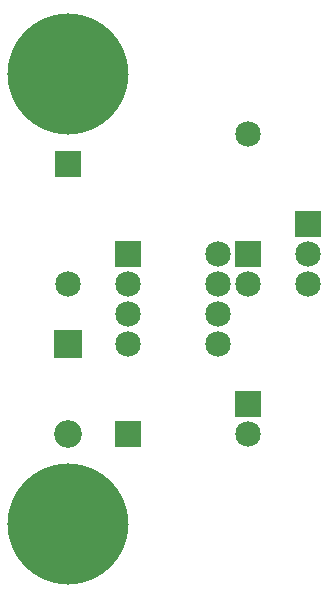
<source format=gts>
G04 MADE WITH FRITZING*
G04 WWW.FRITZING.ORG*
G04 DOUBLE SIDED*
G04 HOLES PLATED*
G04 CONTOUR ON CENTER OF CONTOUR VECTOR*
%ASAXBY*%
%FSLAX23Y23*%
%MOIN*%
%OFA0B0*%
%SFA1.0B1.0*%
%ADD10C,0.085000*%
%ADD11C,0.092000*%
%ADD12C,0.403700*%
%ADD13R,0.085000X0.085000*%
%ADD14R,0.092000X0.092000*%
%LNMASK1*%
G90*
G70*
G54D10*
X923Y640D03*
X923Y1040D03*
X523Y540D03*
X923Y540D03*
X1123Y1040D03*
X1123Y1140D03*
X1123Y1240D03*
X923Y1140D03*
X923Y1540D03*
G54D11*
X323Y840D03*
X323Y542D03*
G54D10*
X523Y1140D03*
X823Y1140D03*
X523Y1040D03*
X823Y1040D03*
X523Y940D03*
X823Y940D03*
X523Y840D03*
X823Y840D03*
G54D12*
X323Y240D03*
X323Y1740D03*
G54D10*
X323Y1440D03*
X323Y1040D03*
G54D13*
X923Y640D03*
X523Y540D03*
X1123Y1240D03*
X923Y1140D03*
G54D14*
X323Y841D03*
G54D13*
X523Y1140D03*
X323Y1440D03*
G04 End of Mask1*
M02*
</source>
